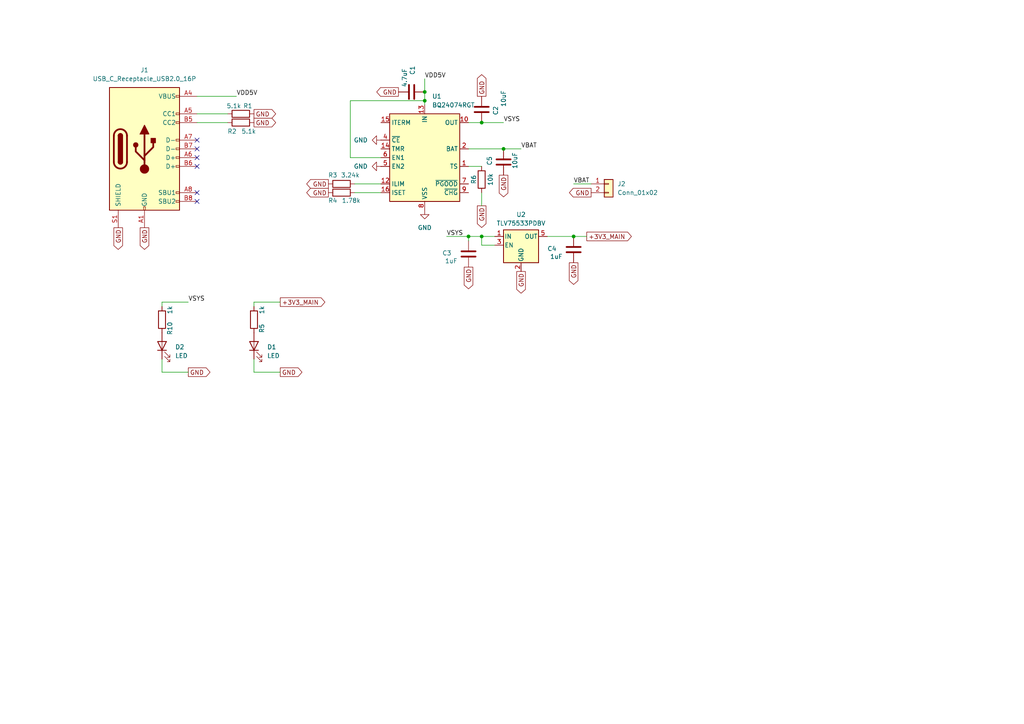
<source format=kicad_sch>
(kicad_sch
	(version 20250114)
	(generator "eeschema")
	(generator_version "9.0")
	(uuid "d8e87a4b-b8b6-4718-8243-bd32aedc1854")
	(paper "A4")
	(lib_symbols
		(symbol "Battery_Management:BQ24074RGT"
			(exclude_from_sim no)
			(in_bom yes)
			(on_board yes)
			(property "Reference" "U"
				(at -8.89 13.97 0)
				(effects
					(font
						(size 1.27 1.27)
					)
					(justify right)
				)
			)
			(property "Value" "BQ24074RGT"
				(at 16.51 13.97 0)
				(effects
					(font
						(size 1.27 1.27)
					)
					(justify right)
				)
			)
			(property "Footprint" "Package_DFN_QFN:VQFN-16-1EP_3x3mm_P0.5mm_EP1.6x1.6mm"
				(at 7.62 -13.97 0)
				(effects
					(font
						(size 1.27 1.27)
					)
					(justify left)
					(hide yes)
				)
			)
			(property "Datasheet" "http://www.ti.com/lit/ds/symlink/bq24074.pdf"
				(at 7.62 5.08 0)
				(effects
					(font
						(size 1.27 1.27)
					)
					(hide yes)
				)
			)
			(property "Description" "USB-Friendly Li-Ion Battery Charger and Power-Path Management, VQFN-16"
				(at 0 0 0)
				(effects
					(font
						(size 1.27 1.27)
					)
					(hide yes)
				)
			)
			(property "ki_keywords" "USB Charger"
				(at 0 0 0)
				(effects
					(font
						(size 1.27 1.27)
					)
					(hide yes)
				)
			)
			(property "ki_fp_filters" "VQFN*1EP*3x3mm*P0.5mm*"
				(at 0 0 0)
				(effects
					(font
						(size 1.27 1.27)
					)
					(hide yes)
				)
			)
			(symbol "BQ24074RGT_0_1"
				(rectangle
					(start -10.16 12.7)
					(end 10.16 -12.7)
					(stroke
						(width 0.254)
						(type default)
					)
					(fill
						(type background)
					)
				)
			)
			(symbol "BQ24074RGT_1_1"
				(pin input line
					(at -12.7 10.16 0)
					(length 2.54)
					(name "ITERM"
						(effects
							(font
								(size 1.27 1.27)
							)
						)
					)
					(number "15"
						(effects
							(font
								(size 1.27 1.27)
							)
						)
					)
				)
				(pin input line
					(at -12.7 5.08 0)
					(length 2.54)
					(name "~{CE}"
						(effects
							(font
								(size 1.27 1.27)
							)
						)
					)
					(number "4"
						(effects
							(font
								(size 1.27 1.27)
							)
						)
					)
				)
				(pin input line
					(at -12.7 2.54 0)
					(length 2.54)
					(name "TMR"
						(effects
							(font
								(size 1.27 1.27)
							)
						)
					)
					(number "14"
						(effects
							(font
								(size 1.27 1.27)
							)
						)
					)
				)
				(pin input line
					(at -12.7 0 0)
					(length 2.54)
					(name "EN1"
						(effects
							(font
								(size 1.27 1.27)
							)
						)
					)
					(number "6"
						(effects
							(font
								(size 1.27 1.27)
							)
						)
					)
				)
				(pin input line
					(at -12.7 -2.54 0)
					(length 2.54)
					(name "EN2"
						(effects
							(font
								(size 1.27 1.27)
							)
						)
					)
					(number "5"
						(effects
							(font
								(size 1.27 1.27)
							)
						)
					)
				)
				(pin passive line
					(at -12.7 -7.62 0)
					(length 2.54)
					(name "ILIM"
						(effects
							(font
								(size 1.27 1.27)
							)
						)
					)
					(number "12"
						(effects
							(font
								(size 1.27 1.27)
							)
						)
					)
				)
				(pin passive line
					(at -12.7 -10.16 0)
					(length 2.54)
					(name "ISET"
						(effects
							(font
								(size 1.27 1.27)
							)
						)
					)
					(number "16"
						(effects
							(font
								(size 1.27 1.27)
							)
						)
					)
				)
				(pin power_in line
					(at 0 15.24 270)
					(length 2.54)
					(name "IN"
						(effects
							(font
								(size 1.27 1.27)
							)
						)
					)
					(number "13"
						(effects
							(font
								(size 1.27 1.27)
							)
						)
					)
				)
				(pin passive line
					(at 0 -15.24 90)
					(length 2.54)
					(hide yes)
					(name "VSS"
						(effects
							(font
								(size 1.27 1.27)
							)
						)
					)
					(number "17"
						(effects
							(font
								(size 1.27 1.27)
							)
						)
					)
				)
				(pin power_in line
					(at 0 -15.24 90)
					(length 2.54)
					(name "VSS"
						(effects
							(font
								(size 1.27 1.27)
							)
						)
					)
					(number "8"
						(effects
							(font
								(size 1.27 1.27)
							)
						)
					)
				)
				(pin power_out line
					(at 12.7 10.16 180)
					(length 2.54)
					(name "OUT"
						(effects
							(font
								(size 1.27 1.27)
							)
						)
					)
					(number "10"
						(effects
							(font
								(size 1.27 1.27)
							)
						)
					)
				)
				(pin passive line
					(at 12.7 10.16 180)
					(length 2.54)
					(hide yes)
					(name "OUT"
						(effects
							(font
								(size 1.27 1.27)
							)
						)
					)
					(number "11"
						(effects
							(font
								(size 1.27 1.27)
							)
						)
					)
				)
				(pin power_out line
					(at 12.7 2.54 180)
					(length 2.54)
					(name "BAT"
						(effects
							(font
								(size 1.27 1.27)
							)
						)
					)
					(number "2"
						(effects
							(font
								(size 1.27 1.27)
							)
						)
					)
				)
				(pin passive line
					(at 12.7 2.54 180)
					(length 2.54)
					(hide yes)
					(name "BAT"
						(effects
							(font
								(size 1.27 1.27)
							)
						)
					)
					(number "3"
						(effects
							(font
								(size 1.27 1.27)
							)
						)
					)
				)
				(pin passive line
					(at 12.7 -2.54 180)
					(length 2.54)
					(name "TS"
						(effects
							(font
								(size 1.27 1.27)
							)
						)
					)
					(number "1"
						(effects
							(font
								(size 1.27 1.27)
							)
						)
					)
				)
				(pin open_collector line
					(at 12.7 -7.62 180)
					(length 2.54)
					(name "~{PGOOD}"
						(effects
							(font
								(size 1.27 1.27)
							)
						)
					)
					(number "7"
						(effects
							(font
								(size 1.27 1.27)
							)
						)
					)
				)
				(pin open_collector line
					(at 12.7 -10.16 180)
					(length 2.54)
					(name "~{CHG}"
						(effects
							(font
								(size 1.27 1.27)
							)
						)
					)
					(number "9"
						(effects
							(font
								(size 1.27 1.27)
							)
						)
					)
				)
			)
			(embedded_fonts no)
		)
		(symbol "Connector:USB_C_Receptacle_USB2.0_16P"
			(pin_names
				(offset 1.016)
			)
			(exclude_from_sim no)
			(in_bom yes)
			(on_board yes)
			(property "Reference" "J"
				(at 0 22.225 0)
				(effects
					(font
						(size 1.27 1.27)
					)
				)
			)
			(property "Value" "USB_C_Receptacle_USB2.0_16P"
				(at 0 19.685 0)
				(effects
					(font
						(size 1.27 1.27)
					)
				)
			)
			(property "Footprint" ""
				(at 3.81 0 0)
				(effects
					(font
						(size 1.27 1.27)
					)
					(hide yes)
				)
			)
			(property "Datasheet" "https://www.usb.org/sites/default/files/documents/usb_type-c.zip"
				(at 3.81 0 0)
				(effects
					(font
						(size 1.27 1.27)
					)
					(hide yes)
				)
			)
			(property "Description" "USB 2.0-only 16P Type-C Receptacle connector"
				(at 0 0 0)
				(effects
					(font
						(size 1.27 1.27)
					)
					(hide yes)
				)
			)
			(property "ki_keywords" "usb universal serial bus type-C USB2.0"
				(at 0 0 0)
				(effects
					(font
						(size 1.27 1.27)
					)
					(hide yes)
				)
			)
			(property "ki_fp_filters" "USB*C*Receptacle*"
				(at 0 0 0)
				(effects
					(font
						(size 1.27 1.27)
					)
					(hide yes)
				)
			)
			(symbol "USB_C_Receptacle_USB2.0_16P_0_0"
				(rectangle
					(start -0.254 -17.78)
					(end 0.254 -16.764)
					(stroke
						(width 0)
						(type default)
					)
					(fill
						(type none)
					)
				)
				(rectangle
					(start 10.16 15.494)
					(end 9.144 14.986)
					(stroke
						(width 0)
						(type default)
					)
					(fill
						(type none)
					)
				)
				(rectangle
					(start 10.16 10.414)
					(end 9.144 9.906)
					(stroke
						(width 0)
						(type default)
					)
					(fill
						(type none)
					)
				)
				(rectangle
					(start 10.16 7.874)
					(end 9.144 7.366)
					(stroke
						(width 0)
						(type default)
					)
					(fill
						(type none)
					)
				)
				(rectangle
					(start 10.16 2.794)
					(end 9.144 2.286)
					(stroke
						(width 0)
						(type default)
					)
					(fill
						(type none)
					)
				)
				(rectangle
					(start 10.16 0.254)
					(end 9.144 -0.254)
					(stroke
						(width 0)
						(type default)
					)
					(fill
						(type none)
					)
				)
				(rectangle
					(start 10.16 -2.286)
					(end 9.144 -2.794)
					(stroke
						(width 0)
						(type default)
					)
					(fill
						(type none)
					)
				)
				(rectangle
					(start 10.16 -4.826)
					(end 9.144 -5.334)
					(stroke
						(width 0)
						(type default)
					)
					(fill
						(type none)
					)
				)
				(rectangle
					(start 10.16 -12.446)
					(end 9.144 -12.954)
					(stroke
						(width 0)
						(type default)
					)
					(fill
						(type none)
					)
				)
				(rectangle
					(start 10.16 -14.986)
					(end 9.144 -15.494)
					(stroke
						(width 0)
						(type default)
					)
					(fill
						(type none)
					)
				)
			)
			(symbol "USB_C_Receptacle_USB2.0_16P_0_1"
				(rectangle
					(start -10.16 17.78)
					(end 10.16 -17.78)
					(stroke
						(width 0.254)
						(type default)
					)
					(fill
						(type background)
					)
				)
				(polyline
					(pts
						(xy -8.89 -3.81) (xy -8.89 3.81)
					)
					(stroke
						(width 0.508)
						(type default)
					)
					(fill
						(type none)
					)
				)
				(rectangle
					(start -7.62 -3.81)
					(end -6.35 3.81)
					(stroke
						(width 0.254)
						(type default)
					)
					(fill
						(type outline)
					)
				)
				(arc
					(start -7.62 3.81)
					(mid -6.985 4.4423)
					(end -6.35 3.81)
					(stroke
						(width 0.254)
						(type default)
					)
					(fill
						(type none)
					)
				)
				(arc
					(start -7.62 3.81)
					(mid -6.985 4.4423)
					(end -6.35 3.81)
					(stroke
						(width 0.254)
						(type default)
					)
					(fill
						(type outline)
					)
				)
				(arc
					(start -8.89 3.81)
					(mid -6.985 5.7067)
					(end -5.08 3.81)
					(stroke
						(width 0.508)
						(type default)
					)
					(fill
						(type none)
					)
				)
				(arc
					(start -5.08 -3.81)
					(mid -6.985 -5.7067)
					(end -8.89 -3.81)
					(stroke
						(width 0.508)
						(type default)
					)
					(fill
						(type none)
					)
				)
				(arc
					(start -6.35 -3.81)
					(mid -6.985 -4.4423)
					(end -7.62 -3.81)
					(stroke
						(width 0.254)
						(type default)
					)
					(fill
						(type none)
					)
				)
				(arc
					(start -6.35 -3.81)
					(mid -6.985 -4.4423)
					(end -7.62 -3.81)
					(stroke
						(width 0.254)
						(type default)
					)
					(fill
						(type outline)
					)
				)
				(polyline
					(pts
						(xy -5.08 3.81) (xy -5.08 -3.81)
					)
					(stroke
						(width 0.508)
						(type default)
					)
					(fill
						(type none)
					)
				)
				(circle
					(center -2.54 1.143)
					(radius 0.635)
					(stroke
						(width 0.254)
						(type default)
					)
					(fill
						(type outline)
					)
				)
				(polyline
					(pts
						(xy -1.27 4.318) (xy 0 6.858) (xy 1.27 4.318) (xy -1.27 4.318)
					)
					(stroke
						(width 0.254)
						(type default)
					)
					(fill
						(type outline)
					)
				)
				(polyline
					(pts
						(xy 0 -2.032) (xy 2.54 0.508) (xy 2.54 1.778)
					)
					(stroke
						(width 0.508)
						(type default)
					)
					(fill
						(type none)
					)
				)
				(polyline
					(pts
						(xy 0 -3.302) (xy -2.54 -0.762) (xy -2.54 0.508)
					)
					(stroke
						(width 0.508)
						(type default)
					)
					(fill
						(type none)
					)
				)
				(polyline
					(pts
						(xy 0 -5.842) (xy 0 4.318)
					)
					(stroke
						(width 0.508)
						(type default)
					)
					(fill
						(type none)
					)
				)
				(circle
					(center 0 -5.842)
					(radius 1.27)
					(stroke
						(width 0)
						(type default)
					)
					(fill
						(type outline)
					)
				)
				(rectangle
					(start 1.905 1.778)
					(end 3.175 3.048)
					(stroke
						(width 0.254)
						(type default)
					)
					(fill
						(type outline)
					)
				)
			)
			(symbol "USB_C_Receptacle_USB2.0_16P_1_1"
				(pin passive line
					(at -7.62 -22.86 90)
					(length 5.08)
					(name "SHIELD"
						(effects
							(font
								(size 1.27 1.27)
							)
						)
					)
					(number "S1"
						(effects
							(font
								(size 1.27 1.27)
							)
						)
					)
				)
				(pin passive line
					(at 0 -22.86 90)
					(length 5.08)
					(name "GND"
						(effects
							(font
								(size 1.27 1.27)
							)
						)
					)
					(number "A1"
						(effects
							(font
								(size 1.27 1.27)
							)
						)
					)
				)
				(pin passive line
					(at 0 -22.86 90)
					(length 5.08)
					(hide yes)
					(name "GND"
						(effects
							(font
								(size 1.27 1.27)
							)
						)
					)
					(number "A12"
						(effects
							(font
								(size 1.27 1.27)
							)
						)
					)
				)
				(pin passive line
					(at 0 -22.86 90)
					(length 5.08)
					(hide yes)
					(name "GND"
						(effects
							(font
								(size 1.27 1.27)
							)
						)
					)
					(number "B1"
						(effects
							(font
								(size 1.27 1.27)
							)
						)
					)
				)
				(pin passive line
					(at 0 -22.86 90)
					(length 5.08)
					(hide yes)
					(name "GND"
						(effects
							(font
								(size 1.27 1.27)
							)
						)
					)
					(number "B12"
						(effects
							(font
								(size 1.27 1.27)
							)
						)
					)
				)
				(pin passive line
					(at 15.24 15.24 180)
					(length 5.08)
					(name "VBUS"
						(effects
							(font
								(size 1.27 1.27)
							)
						)
					)
					(number "A4"
						(effects
							(font
								(size 1.27 1.27)
							)
						)
					)
				)
				(pin passive line
					(at 15.24 15.24 180)
					(length 5.08)
					(hide yes)
					(name "VBUS"
						(effects
							(font
								(size 1.27 1.27)
							)
						)
					)
					(number "A9"
						(effects
							(font
								(size 1.27 1.27)
							)
						)
					)
				)
				(pin passive line
					(at 15.24 15.24 180)
					(length 5.08)
					(hide yes)
					(name "VBUS"
						(effects
							(font
								(size 1.27 1.27)
							)
						)
					)
					(number "B4"
						(effects
							(font
								(size 1.27 1.27)
							)
						)
					)
				)
				(pin passive line
					(at 15.24 15.24 180)
					(length 5.08)
					(hide yes)
					(name "VBUS"
						(effects
							(font
								(size 1.27 1.27)
							)
						)
					)
					(number "B9"
						(effects
							(font
								(size 1.27 1.27)
							)
						)
					)
				)
				(pin bidirectional line
					(at 15.24 10.16 180)
					(length 5.08)
					(name "CC1"
						(effects
							(font
								(size 1.27 1.27)
							)
						)
					)
					(number "A5"
						(effects
							(font
								(size 1.27 1.27)
							)
						)
					)
				)
				(pin bidirectional line
					(at 15.24 7.62 180)
					(length 5.08)
					(name "CC2"
						(effects
							(font
								(size 1.27 1.27)
							)
						)
					)
					(number "B5"
						(effects
							(font
								(size 1.27 1.27)
							)
						)
					)
				)
				(pin bidirectional line
					(at 15.24 2.54 180)
					(length 5.08)
					(name "D-"
						(effects
							(font
								(size 1.27 1.27)
							)
						)
					)
					(number "A7"
						(effects
							(font
								(size 1.27 1.27)
							)
						)
					)
				)
				(pin bidirectional line
					(at 15.24 0 180)
					(length 5.08)
					(name "D-"
						(effects
							(font
								(size 1.27 1.27)
							)
						)
					)
					(number "B7"
						(effects
							(font
								(size 1.27 1.27)
							)
						)
					)
				)
				(pin bidirectional line
					(at 15.24 -2.54 180)
					(length 5.08)
					(name "D+"
						(effects
							(font
								(size 1.27 1.27)
							)
						)
					)
					(number "A6"
						(effects
							(font
								(size 1.27 1.27)
							)
						)
					)
				)
				(pin bidirectional line
					(at 15.24 -5.08 180)
					(length 5.08)
					(name "D+"
						(effects
							(font
								(size 1.27 1.27)
							)
						)
					)
					(number "B6"
						(effects
							(font
								(size 1.27 1.27)
							)
						)
					)
				)
				(pin bidirectional line
					(at 15.24 -12.7 180)
					(length 5.08)
					(name "SBU1"
						(effects
							(font
								(size 1.27 1.27)
							)
						)
					)
					(number "A8"
						(effects
							(font
								(size 1.27 1.27)
							)
						)
					)
				)
				(pin bidirectional line
					(at 15.24 -15.24 180)
					(length 5.08)
					(name "SBU2"
						(effects
							(font
								(size 1.27 1.27)
							)
						)
					)
					(number "B8"
						(effects
							(font
								(size 1.27 1.27)
							)
						)
					)
				)
			)
			(embedded_fonts no)
		)
		(symbol "Connector_Generic:Conn_01x02"
			(pin_names
				(offset 1.016)
				(hide yes)
			)
			(exclude_from_sim no)
			(in_bom yes)
			(on_board yes)
			(property "Reference" "J"
				(at 0 2.54 0)
				(effects
					(font
						(size 1.27 1.27)
					)
				)
			)
			(property "Value" "Conn_01x02"
				(at 0 -5.08 0)
				(effects
					(font
						(size 1.27 1.27)
					)
				)
			)
			(property "Footprint" ""
				(at 0 0 0)
				(effects
					(font
						(size 1.27 1.27)
					)
					(hide yes)
				)
			)
			(property "Datasheet" "~"
				(at 0 0 0)
				(effects
					(font
						(size 1.27 1.27)
					)
					(hide yes)
				)
			)
			(property "Description" "Generic connector, single row, 01x02, script generated (kicad-library-utils/schlib/autogen/connector/)"
				(at 0 0 0)
				(effects
					(font
						(size 1.27 1.27)
					)
					(hide yes)
				)
			)
			(property "ki_keywords" "connector"
				(at 0 0 0)
				(effects
					(font
						(size 1.27 1.27)
					)
					(hide yes)
				)
			)
			(property "ki_fp_filters" "Connector*:*_1x??_*"
				(at 0 0 0)
				(effects
					(font
						(size 1.27 1.27)
					)
					(hide yes)
				)
			)
			(symbol "Conn_01x02_1_1"
				(rectangle
					(start -1.27 1.27)
					(end 1.27 -3.81)
					(stroke
						(width 0.254)
						(type default)
					)
					(fill
						(type background)
					)
				)
				(rectangle
					(start -1.27 0.127)
					(end 0 -0.127)
					(stroke
						(width 0.1524)
						(type default)
					)
					(fill
						(type none)
					)
				)
				(rectangle
					(start -1.27 -2.413)
					(end 0 -2.667)
					(stroke
						(width 0.1524)
						(type default)
					)
					(fill
						(type none)
					)
				)
				(pin passive line
					(at -5.08 0 0)
					(length 3.81)
					(name "Pin_1"
						(effects
							(font
								(size 1.27 1.27)
							)
						)
					)
					(number "1"
						(effects
							(font
								(size 1.27 1.27)
							)
						)
					)
				)
				(pin passive line
					(at -5.08 -2.54 0)
					(length 3.81)
					(name "Pin_2"
						(effects
							(font
								(size 1.27 1.27)
							)
						)
					)
					(number "2"
						(effects
							(font
								(size 1.27 1.27)
							)
						)
					)
				)
			)
			(embedded_fonts no)
		)
		(symbol "Device:C"
			(pin_numbers
				(hide yes)
			)
			(pin_names
				(offset 0.254)
			)
			(exclude_from_sim no)
			(in_bom yes)
			(on_board yes)
			(property "Reference" "C"
				(at 0.635 2.54 0)
				(effects
					(font
						(size 1.27 1.27)
					)
					(justify left)
				)
			)
			(property "Value" "C"
				(at 0.635 -2.54 0)
				(effects
					(font
						(size 1.27 1.27)
					)
					(justify left)
				)
			)
			(property "Footprint" ""
				(at 0.9652 -3.81 0)
				(effects
					(font
						(size 1.27 1.27)
					)
					(hide yes)
				)
			)
			(property "Datasheet" "~"
				(at 0 0 0)
				(effects
					(font
						(size 1.27 1.27)
					)
					(hide yes)
				)
			)
			(property "Description" "Unpolarized capacitor"
				(at 0 0 0)
				(effects
					(font
						(size 1.27 1.27)
					)
					(hide yes)
				)
			)
			(property "ki_keywords" "cap capacitor"
				(at 0 0 0)
				(effects
					(font
						(size 1.27 1.27)
					)
					(hide yes)
				)
			)
			(property "ki_fp_filters" "C_*"
				(at 0 0 0)
				(effects
					(font
						(size 1.27 1.27)
					)
					(hide yes)
				)
			)
			(symbol "C_0_1"
				(polyline
					(pts
						(xy -2.032 0.762) (xy 2.032 0.762)
					)
					(stroke
						(width 0.508)
						(type default)
					)
					(fill
						(type none)
					)
				)
				(polyline
					(pts
						(xy -2.032 -0.762) (xy 2.032 -0.762)
					)
					(stroke
						(width 0.508)
						(type default)
					)
					(fill
						(type none)
					)
				)
			)
			(symbol "C_1_1"
				(pin passive line
					(at 0 3.81 270)
					(length 2.794)
					(name "~"
						(effects
							(font
								(size 1.27 1.27)
							)
						)
					)
					(number "1"
						(effects
							(font
								(size 1.27 1.27)
							)
						)
					)
				)
				(pin passive line
					(at 0 -3.81 90)
					(length 2.794)
					(name "~"
						(effects
							(font
								(size 1.27 1.27)
							)
						)
					)
					(number "2"
						(effects
							(font
								(size 1.27 1.27)
							)
						)
					)
				)
			)
			(embedded_fonts no)
		)
		(symbol "Device:LED"
			(pin_numbers
				(hide yes)
			)
			(pin_names
				(offset 1.016)
				(hide yes)
			)
			(exclude_from_sim no)
			(in_bom yes)
			(on_board yes)
			(property "Reference" "D"
				(at 0 2.54 0)
				(effects
					(font
						(size 1.27 1.27)
					)
				)
			)
			(property "Value" "LED"
				(at 0 -2.54 0)
				(effects
					(font
						(size 1.27 1.27)
					)
				)
			)
			(property "Footprint" ""
				(at 0 0 0)
				(effects
					(font
						(size 1.27 1.27)
					)
					(hide yes)
				)
			)
			(property "Datasheet" "~"
				(at 0 0 0)
				(effects
					(font
						(size 1.27 1.27)
					)
					(hide yes)
				)
			)
			(property "Description" "Light emitting diode"
				(at 0 0 0)
				(effects
					(font
						(size 1.27 1.27)
					)
					(hide yes)
				)
			)
			(property "Sim.Pins" "1=K 2=A"
				(at 0 0 0)
				(effects
					(font
						(size 1.27 1.27)
					)
					(hide yes)
				)
			)
			(property "ki_keywords" "LED diode"
				(at 0 0 0)
				(effects
					(font
						(size 1.27 1.27)
					)
					(hide yes)
				)
			)
			(property "ki_fp_filters" "LED* LED_SMD:* LED_THT:*"
				(at 0 0 0)
				(effects
					(font
						(size 1.27 1.27)
					)
					(hide yes)
				)
			)
			(symbol "LED_0_1"
				(polyline
					(pts
						(xy -3.048 -0.762) (xy -4.572 -2.286) (xy -3.81 -2.286) (xy -4.572 -2.286) (xy -4.572 -1.524)
					)
					(stroke
						(width 0)
						(type default)
					)
					(fill
						(type none)
					)
				)
				(polyline
					(pts
						(xy -1.778 -0.762) (xy -3.302 -2.286) (xy -2.54 -2.286) (xy -3.302 -2.286) (xy -3.302 -1.524)
					)
					(stroke
						(width 0)
						(type default)
					)
					(fill
						(type none)
					)
				)
				(polyline
					(pts
						(xy -1.27 0) (xy 1.27 0)
					)
					(stroke
						(width 0)
						(type default)
					)
					(fill
						(type none)
					)
				)
				(polyline
					(pts
						(xy -1.27 -1.27) (xy -1.27 1.27)
					)
					(stroke
						(width 0.254)
						(type default)
					)
					(fill
						(type none)
					)
				)
				(polyline
					(pts
						(xy 1.27 -1.27) (xy 1.27 1.27) (xy -1.27 0) (xy 1.27 -1.27)
					)
					(stroke
						(width 0.254)
						(type default)
					)
					(fill
						(type none)
					)
				)
			)
			(symbol "LED_1_1"
				(pin passive line
					(at -3.81 0 0)
					(length 2.54)
					(name "K"
						(effects
							(font
								(size 1.27 1.27)
							)
						)
					)
					(number "1"
						(effects
							(font
								(size 1.27 1.27)
							)
						)
					)
				)
				(pin passive line
					(at 3.81 0 180)
					(length 2.54)
					(name "A"
						(effects
							(font
								(size 1.27 1.27)
							)
						)
					)
					(number "2"
						(effects
							(font
								(size 1.27 1.27)
							)
						)
					)
				)
			)
			(embedded_fonts no)
		)
		(symbol "Device:R"
			(pin_numbers
				(hide yes)
			)
			(pin_names
				(offset 0)
			)
			(exclude_from_sim no)
			(in_bom yes)
			(on_board yes)
			(property "Reference" "R"
				(at 2.032 0 90)
				(effects
					(font
						(size 1.27 1.27)
					)
				)
			)
			(property "Value" "R"
				(at 0 0 90)
				(effects
					(font
						(size 1.27 1.27)
					)
				)
			)
			(property "Footprint" ""
				(at -1.778 0 90)
				(effects
					(font
						(size 1.27 1.27)
					)
					(hide yes)
				)
			)
			(property "Datasheet" "~"
				(at 0 0 0)
				(effects
					(font
						(size 1.27 1.27)
					)
					(hide yes)
				)
			)
			(property "Description" "Resistor"
				(at 0 0 0)
				(effects
					(font
						(size 1.27 1.27)
					)
					(hide yes)
				)
			)
			(property "ki_keywords" "R res resistor"
				(at 0 0 0)
				(effects
					(font
						(size 1.27 1.27)
					)
					(hide yes)
				)
			)
			(property "ki_fp_filters" "R_*"
				(at 0 0 0)
				(effects
					(font
						(size 1.27 1.27)
					)
					(hide yes)
				)
			)
			(symbol "R_0_1"
				(rectangle
					(start -1.016 -2.54)
					(end 1.016 2.54)
					(stroke
						(width 0.254)
						(type default)
					)
					(fill
						(type none)
					)
				)
			)
			(symbol "R_1_1"
				(pin passive line
					(at 0 3.81 270)
					(length 1.27)
					(name "~"
						(effects
							(font
								(size 1.27 1.27)
							)
						)
					)
					(number "1"
						(effects
							(font
								(size 1.27 1.27)
							)
						)
					)
				)
				(pin passive line
					(at 0 -3.81 90)
					(length 1.27)
					(name "~"
						(effects
							(font
								(size 1.27 1.27)
							)
						)
					)
					(number "2"
						(effects
							(font
								(size 1.27 1.27)
							)
						)
					)
				)
			)
			(embedded_fonts no)
		)
		(symbol "Regulator_Linear:TLV75533PDBV"
			(pin_names
				(offset 0.254)
			)
			(exclude_from_sim no)
			(in_bom yes)
			(on_board yes)
			(property "Reference" "U"
				(at -3.81 5.715 0)
				(effects
					(font
						(size 1.27 1.27)
					)
				)
			)
			(property "Value" "TLV75533PDBV"
				(at 0 5.715 0)
				(effects
					(font
						(size 1.27 1.27)
					)
					(justify left)
				)
			)
			(property "Footprint" "Package_TO_SOT_SMD:SOT-23-5"
				(at 0 8.255 0)
				(effects
					(font
						(size 1.27 1.27)
						(italic yes)
					)
					(hide yes)
				)
			)
			(property "Datasheet" "http://www.ti.com/lit/ds/symlink/tlv755p.pdf"
				(at 0 1.27 0)
				(effects
					(font
						(size 1.27 1.27)
					)
					(hide yes)
				)
			)
			(property "Description" "500mA Low Dropout Voltage Regulator, Fixed Output 3.3V, SOT-23-5"
				(at 0 0 0)
				(effects
					(font
						(size 1.27 1.27)
					)
					(hide yes)
				)
			)
			(property "ki_keywords" "LDO Regulator Fixed Positive"
				(at 0 0 0)
				(effects
					(font
						(size 1.27 1.27)
					)
					(hide yes)
				)
			)
			(property "ki_fp_filters" "SOT?23*"
				(at 0 0 0)
				(effects
					(font
						(size 1.27 1.27)
					)
					(hide yes)
				)
			)
			(symbol "TLV75533PDBV_0_1"
				(rectangle
					(start -5.08 4.445)
					(end 5.08 -5.08)
					(stroke
						(width 0.254)
						(type default)
					)
					(fill
						(type background)
					)
				)
			)
			(symbol "TLV75533PDBV_1_1"
				(pin power_in line
					(at -7.62 2.54 0)
					(length 2.54)
					(name "IN"
						(effects
							(font
								(size 1.27 1.27)
							)
						)
					)
					(number "1"
						(effects
							(font
								(size 1.27 1.27)
							)
						)
					)
				)
				(pin input line
					(at -7.62 0 0)
					(length 2.54)
					(name "EN"
						(effects
							(font
								(size 1.27 1.27)
							)
						)
					)
					(number "3"
						(effects
							(font
								(size 1.27 1.27)
							)
						)
					)
				)
				(pin power_in line
					(at 0 -7.62 90)
					(length 2.54)
					(name "GND"
						(effects
							(font
								(size 1.27 1.27)
							)
						)
					)
					(number "2"
						(effects
							(font
								(size 1.27 1.27)
							)
						)
					)
				)
				(pin no_connect line
					(at 5.08 0 180)
					(length 2.54)
					(hide yes)
					(name "NC"
						(effects
							(font
								(size 1.27 1.27)
							)
						)
					)
					(number "4"
						(effects
							(font
								(size 1.27 1.27)
							)
						)
					)
				)
				(pin power_out line
					(at 7.62 2.54 180)
					(length 2.54)
					(name "OUT"
						(effects
							(font
								(size 1.27 1.27)
							)
						)
					)
					(number "5"
						(effects
							(font
								(size 1.27 1.27)
							)
						)
					)
				)
			)
			(embedded_fonts no)
		)
		(symbol "power:GND"
			(power)
			(pin_numbers
				(hide yes)
			)
			(pin_names
				(offset 0)
				(hide yes)
			)
			(exclude_from_sim no)
			(in_bom yes)
			(on_board yes)
			(property "Reference" "#PWR"
				(at 0 -6.35 0)
				(effects
					(font
						(size 1.27 1.27)
					)
					(hide yes)
				)
			)
			(property "Value" "GND"
				(at 0 -3.81 0)
				(effects
					(font
						(size 1.27 1.27)
					)
				)
			)
			(property "Footprint" ""
				(at 0 0 0)
				(effects
					(font
						(size 1.27 1.27)
					)
					(hide yes)
				)
			)
			(property "Datasheet" ""
				(at 0 0 0)
				(effects
					(font
						(size 1.27 1.27)
					)
					(hide yes)
				)
			)
			(property "Description" "Power symbol creates a global label with name \"GND\" , ground"
				(at 0 0 0)
				(effects
					(font
						(size 1.27 1.27)
					)
					(hide yes)
				)
			)
			(property "ki_keywords" "global power"
				(at 0 0 0)
				(effects
					(font
						(size 1.27 1.27)
					)
					(hide yes)
				)
			)
			(symbol "GND_0_1"
				(polyline
					(pts
						(xy 0 0) (xy 0 -1.27) (xy 1.27 -1.27) (xy 0 -2.54) (xy -1.27 -1.27) (xy 0 -1.27)
					)
					(stroke
						(width 0)
						(type default)
					)
					(fill
						(type none)
					)
				)
			)
			(symbol "GND_1_1"
				(pin power_in line
					(at 0 0 270)
					(length 0)
					(name "~"
						(effects
							(font
								(size 1.27 1.27)
							)
						)
					)
					(number "1"
						(effects
							(font
								(size 1.27 1.27)
							)
						)
					)
				)
			)
			(embedded_fonts no)
		)
	)
	(junction
		(at 166.37 68.58)
		(diameter 0)
		(color 0 0 0 0)
		(uuid "68a36d34-c0b5-4a2d-97e8-c6c4011886ea")
	)
	(junction
		(at 135.89 68.58)
		(diameter 0)
		(color 0 0 0 0)
		(uuid "8e75dc3c-6776-4321-b4e1-92e6007d150a")
	)
	(junction
		(at 123.19 29.21)
		(diameter 0)
		(color 0 0 0 0)
		(uuid "99e357ec-3419-4a0f-b761-0cced8ab7d34")
	)
	(junction
		(at 139.7 68.58)
		(diameter 0)
		(color 0 0 0 0)
		(uuid "b04b3920-f1c6-41d7-8e72-96567012f769")
	)
	(junction
		(at 146.05 43.18)
		(diameter 0)
		(color 0 0 0 0)
		(uuid "d6e779ca-efac-4fcd-a65b-cbfb30185f4e")
	)
	(junction
		(at 139.7 35.56)
		(diameter 0)
		(color 0 0 0 0)
		(uuid "db453851-8bd7-4cce-89b3-6655007ecf2b")
	)
	(junction
		(at 123.19 26.67)
		(diameter 0)
		(color 0 0 0 0)
		(uuid "f398fc2a-e9e4-43a9-9365-c150691acce0")
	)
	(no_connect
		(at 57.15 45.72)
		(uuid "123bb2e0-8ced-4a1e-a969-e39d25a94fa1")
	)
	(no_connect
		(at 57.15 58.42)
		(uuid "1b4e0e01-0ff2-4a63-ad24-fa22cd6d6f04")
	)
	(no_connect
		(at 57.15 43.18)
		(uuid "8706d11d-cce3-41c9-bf44-9b31846c14f0")
	)
	(no_connect
		(at 57.15 55.88)
		(uuid "8e23f5a7-92c1-43de-a2ad-d74914c78f79")
	)
	(no_connect
		(at 57.15 48.26)
		(uuid "bec5fd64-d61f-421b-91be-ea1a387278e7")
	)
	(no_connect
		(at 57.15 40.64)
		(uuid "ef3916bd-e56e-48d7-a233-7bb3e4838bea")
	)
	(wire
		(pts
			(xy 102.87 53.34) (xy 110.49 53.34)
		)
		(stroke
			(width 0)
			(type default)
		)
		(uuid "03bf8999-c4c1-4c66-a364-040c1bf0c624")
	)
	(wire
		(pts
			(xy 102.87 55.88) (xy 110.49 55.88)
		)
		(stroke
			(width 0)
			(type default)
		)
		(uuid "0cbf4056-6eeb-4db1-b51d-79820f3710d6")
	)
	(wire
		(pts
			(xy 143.51 71.12) (xy 139.7 71.12)
		)
		(stroke
			(width 0)
			(type default)
		)
		(uuid "17b54076-2044-4290-9566-8c5a2ec5940a")
	)
	(wire
		(pts
			(xy 135.89 35.56) (xy 139.7 35.56)
		)
		(stroke
			(width 0)
			(type default)
		)
		(uuid "1ad15d41-a6cc-4ccc-967b-5fb63561814b")
	)
	(wire
		(pts
			(xy 46.99 87.63) (xy 46.99 88.9)
		)
		(stroke
			(width 0)
			(type default)
		)
		(uuid "25daf810-6aee-4b01-937c-660099f2e52c")
	)
	(wire
		(pts
			(xy 123.19 22.86) (xy 123.19 26.67)
		)
		(stroke
			(width 0)
			(type default)
		)
		(uuid "2fc8029d-bbbd-4a0e-8d54-01e192d1972a")
	)
	(wire
		(pts
			(xy 57.15 33.02) (xy 66.04 33.02)
		)
		(stroke
			(width 0)
			(type default)
		)
		(uuid "34449300-1c15-4305-9a52-940edf53c159")
	)
	(wire
		(pts
			(xy 158.75 68.58) (xy 166.37 68.58)
		)
		(stroke
			(width 0)
			(type default)
		)
		(uuid "3ae7ecb3-ab87-40a5-b350-6d2d302ce2a8")
	)
	(wire
		(pts
			(xy 73.66 87.63) (xy 73.66 88.9)
		)
		(stroke
			(width 0)
			(type default)
		)
		(uuid "46db5d4f-0b49-4b08-bc1f-b44bacc9fd1c")
	)
	(wire
		(pts
			(xy 73.66 87.63) (xy 81.28 87.63)
		)
		(stroke
			(width 0)
			(type default)
		)
		(uuid "47ad1d47-b493-40b3-8b84-555ec0b29432")
	)
	(wire
		(pts
			(xy 46.99 107.95) (xy 54.61 107.95)
		)
		(stroke
			(width 0)
			(type default)
		)
		(uuid "54f8b432-a95b-48b2-9b84-da6403a4cc74")
	)
	(wire
		(pts
			(xy 123.19 29.21) (xy 101.6 29.21)
		)
		(stroke
			(width 0)
			(type default)
		)
		(uuid "597c3899-e8f3-46fe-8927-5fd9105c5d70")
	)
	(wire
		(pts
			(xy 73.66 107.95) (xy 81.28 107.95)
		)
		(stroke
			(width 0)
			(type default)
		)
		(uuid "5c6f07eb-9b1c-4978-ab03-340577aeebe8")
	)
	(wire
		(pts
			(xy 139.7 35.56) (xy 146.05 35.56)
		)
		(stroke
			(width 0)
			(type default)
		)
		(uuid "6dfa1230-8af1-4b30-b76c-b85501012dd6")
	)
	(wire
		(pts
			(xy 146.05 43.18) (xy 151.13 43.18)
		)
		(stroke
			(width 0)
			(type default)
		)
		(uuid "747eae79-4c76-43b1-8487-ffaf2e475b78")
	)
	(wire
		(pts
			(xy 139.7 68.58) (xy 139.7 71.12)
		)
		(stroke
			(width 0)
			(type default)
		)
		(uuid "7bc74592-dfba-4978-8efc-326ba60503f9")
	)
	(wire
		(pts
			(xy 135.89 43.18) (xy 146.05 43.18)
		)
		(stroke
			(width 0)
			(type default)
		)
		(uuid "82a0137f-de84-4b16-af71-8048b245b0a6")
	)
	(wire
		(pts
			(xy 101.6 45.72) (xy 110.49 45.72)
		)
		(stroke
			(width 0)
			(type default)
		)
		(uuid "8b82599f-5b3c-46df-a5ec-5325260f2648")
	)
	(wire
		(pts
			(xy 46.99 87.63) (xy 54.61 87.63)
		)
		(stroke
			(width 0)
			(type default)
		)
		(uuid "8b922fc2-26eb-4d96-8823-a87500c74471")
	)
	(wire
		(pts
			(xy 129.54 68.58) (xy 135.89 68.58)
		)
		(stroke
			(width 0)
			(type default)
		)
		(uuid "901bd589-0d7c-4346-9250-b00969a819f0")
	)
	(wire
		(pts
			(xy 57.15 35.56) (xy 66.04 35.56)
		)
		(stroke
			(width 0)
			(type default)
		)
		(uuid "92f3b6cd-700f-4c2c-a75c-e9d61be33dfd")
	)
	(wire
		(pts
			(xy 123.19 29.21) (xy 123.19 30.48)
		)
		(stroke
			(width 0)
			(type default)
		)
		(uuid "965151d8-3d82-4eb4-9e3b-c519ac476ce6")
	)
	(wire
		(pts
			(xy 166.37 53.34) (xy 171.45 53.34)
		)
		(stroke
			(width 0)
			(type default)
		)
		(uuid "97615939-67bb-4a33-9ba0-6a667233744f")
	)
	(wire
		(pts
			(xy 46.99 104.14) (xy 46.99 107.95)
		)
		(stroke
			(width 0)
			(type default)
		)
		(uuid "a0433e45-6a10-4377-b0f7-be20565d2d21")
	)
	(wire
		(pts
			(xy 135.89 68.58) (xy 139.7 68.58)
		)
		(stroke
			(width 0)
			(type default)
		)
		(uuid "a3067e12-677e-4371-ba6a-167784948c19")
	)
	(wire
		(pts
			(xy 135.89 48.26) (xy 139.7 48.26)
		)
		(stroke
			(width 0)
			(type default)
		)
		(uuid "a48d4bc8-3f33-4f63-9adf-3a81d03a2420")
	)
	(wire
		(pts
			(xy 166.37 68.58) (xy 170.18 68.58)
		)
		(stroke
			(width 0)
			(type default)
		)
		(uuid "b1693ba1-ce6b-47dd-8e6d-6ea9e3e2a6e5")
	)
	(wire
		(pts
			(xy 123.19 26.67) (xy 123.19 29.21)
		)
		(stroke
			(width 0)
			(type default)
		)
		(uuid "ba9ac036-9ee1-4ab0-be45-3f39a5651766")
	)
	(wire
		(pts
			(xy 139.7 55.88) (xy 139.7 59.69)
		)
		(stroke
			(width 0)
			(type default)
		)
		(uuid "bee561e9-0922-45ae-806a-160c42cc62a0")
	)
	(wire
		(pts
			(xy 73.66 104.14) (xy 73.66 107.95)
		)
		(stroke
			(width 0)
			(type default)
		)
		(uuid "c0ba148e-bf9d-4078-9f7f-2ba608b33080")
	)
	(wire
		(pts
			(xy 139.7 68.58) (xy 143.51 68.58)
		)
		(stroke
			(width 0)
			(type default)
		)
		(uuid "db39df6a-4b59-44d6-a302-398a3bd25136")
	)
	(wire
		(pts
			(xy 135.89 69.85) (xy 135.89 68.58)
		)
		(stroke
			(width 0)
			(type default)
		)
		(uuid "edb75021-4d58-453a-aa0b-4cfd7664ccbf")
	)
	(wire
		(pts
			(xy 57.15 27.94) (xy 68.58 27.94)
		)
		(stroke
			(width 0)
			(type default)
		)
		(uuid "ee0daaa3-f6be-4e28-9f4b-7ebbcfa57dbc")
	)
	(wire
		(pts
			(xy 101.6 29.21) (xy 101.6 45.72)
		)
		(stroke
			(width 0)
			(type default)
		)
		(uuid "f5f3f3d2-0540-4a5c-98d2-1f9b051d157f")
	)
	(label "VSYS"
		(at 54.61 87.63 0)
		(effects
			(font
				(size 1.27 1.27)
			)
			(justify left bottom)
		)
		(uuid "1b87849e-a7c1-46d2-9848-b015d8bf5b28")
	)
	(label "VDD5V"
		(at 123.19 22.86 0)
		(effects
			(font
				(size 1.27 1.27)
			)
			(justify left bottom)
		)
		(uuid "1d027405-9b22-4f00-8659-e62c6fd12bc4")
	)
	(label "VDD5V"
		(at 68.58 27.94 0)
		(effects
			(font
				(size 1.27 1.27)
			)
			(justify left bottom)
		)
		(uuid "3b8e317b-5521-462b-acf7-f68ccb4c928b")
	)
	(label "VBAT"
		(at 166.37 53.34 0)
		(effects
			(font
				(size 1.27 1.27)
			)
			(justify left bottom)
		)
		(uuid "68eb143b-e358-4d68-a2a2-d4cddf6419e1")
	)
	(label "VSYS"
		(at 146.05 35.56 0)
		(effects
			(font
				(size 1.27 1.27)
			)
			(justify left bottom)
		)
		(uuid "b3a3a650-281a-4d65-a7a5-9175bc5426d7")
	)
	(label "VBAT"
		(at 151.13 43.18 0)
		(effects
			(font
				(size 1.27 1.27)
			)
			(justify left bottom)
		)
		(uuid "b6f0ec28-7ee1-45e6-a5f3-183e0e720ab4")
	)
	(label "VSYS"
		(at 129.54 68.58 0)
		(effects
			(font
				(size 1.27 1.27)
			)
			(justify left bottom)
		)
		(uuid "d873ef73-9923-4ba0-9281-fd30f230038d")
	)
	(global_label "GND"
		(shape output)
		(at 34.29 66.04 270)
		(fields_autoplaced yes)
		(effects
			(font
				(size 1.27 1.27)
			)
			(justify right)
		)
		(uuid "0f7c0477-159d-4782-bd66-260d0a02f53f")
		(property "Intersheetrefs" "${INTERSHEET_REFS}"
			(at 34.29 72.8957 90)
			(effects
				(font
					(size 1.27 1.27)
				)
				(justify right)
				(hide yes)
			)
		)
	)
	(global_label "GND"
		(shape output)
		(at 54.61 107.95 0)
		(fields_autoplaced yes)
		(effects
			(font
				(size 1.27 1.27)
			)
			(justify left)
		)
		(uuid "22a0c26a-a528-4000-8e3d-2f0a4507a071")
		(property "Intersheetrefs" "${INTERSHEET_REFS}"
			(at 61.4657 107.95 0)
			(effects
				(font
					(size 1.27 1.27)
				)
				(justify left)
				(hide yes)
			)
		)
	)
	(global_label "GND"
		(shape output)
		(at 135.89 77.47 270)
		(fields_autoplaced yes)
		(effects
			(font
				(size 1.27 1.27)
			)
			(justify right)
		)
		(uuid "39a4fb63-f76c-4d01-8f2a-4db78e770535")
		(property "Intersheetrefs" "${INTERSHEET_REFS}"
			(at 135.89 84.3257 90)
			(effects
				(font
					(size 1.27 1.27)
				)
				(justify right)
				(hide yes)
			)
		)
	)
	(global_label "GND"
		(shape output)
		(at 139.7 27.94 90)
		(fields_autoplaced yes)
		(effects
			(font
				(size 1.27 1.27)
			)
			(justify left)
		)
		(uuid "4fc27e60-f4b8-4d46-bfd9-516b0b77ca36")
		(property "Intersheetrefs" "${INTERSHEET_REFS}"
			(at 139.7 21.0843 90)
			(effects
				(font
					(size 1.27 1.27)
				)
				(justify left)
				(hide yes)
			)
		)
	)
	(global_label "GND"
		(shape output)
		(at 171.45 55.88 180)
		(fields_autoplaced yes)
		(effects
			(font
				(size 1.27 1.27)
			)
			(justify right)
		)
		(uuid "4fd7c114-05e6-4047-80ac-db7904e1f787")
		(property "Intersheetrefs" "${INTERSHEET_REFS}"
			(at 164.5943 55.88 0)
			(effects
				(font
					(size 1.27 1.27)
				)
				(justify right)
				(hide yes)
			)
		)
	)
	(global_label "GND"
		(shape output)
		(at 73.66 35.56 0)
		(fields_autoplaced yes)
		(effects
			(font
				(size 1.27 1.27)
			)
			(justify left)
		)
		(uuid "5e22b6fa-487f-489d-aece-7635b1e18009")
		(property "Intersheetrefs" "${INTERSHEET_REFS}"
			(at 80.5157 35.56 0)
			(effects
				(font
					(size 1.27 1.27)
				)
				(justify left)
				(hide yes)
			)
		)
	)
	(global_label "+3V3_MAIN"
		(shape output)
		(at 81.28 87.63 0)
		(fields_autoplaced yes)
		(effects
			(font
				(size 1.27 1.27)
			)
			(justify left)
		)
		(uuid "5ec43700-51c4-4c1b-8c14-1ed9c7d07f76")
		(property "Intersheetrefs" "${INTERSHEET_REFS}"
			(at 94.7881 87.63 0)
			(effects
				(font
					(size 1.27 1.27)
				)
				(justify left)
				(hide yes)
			)
		)
	)
	(global_label "GND"
		(shape output)
		(at 146.05 50.8 270)
		(fields_autoplaced yes)
		(effects
			(font
				(size 1.27 1.27)
			)
			(justify right)
		)
		(uuid "5f5f0fa8-e506-4087-9059-a30a896ed594")
		(property "Intersheetrefs" "${INTERSHEET_REFS}"
			(at 146.05 57.6557 90)
			(effects
				(font
					(size 1.27 1.27)
				)
				(justify right)
				(hide yes)
			)
		)
	)
	(global_label "GND"
		(shape output)
		(at 95.25 55.88 180)
		(fields_autoplaced yes)
		(effects
			(font
				(size 1.27 1.27)
			)
			(justify right)
		)
		(uuid "79677421-176c-47ea-86f0-ff00686d7246")
		(property "Intersheetrefs" "${INTERSHEET_REFS}"
			(at 88.3943 55.88 0)
			(effects
				(font
					(size 1.27 1.27)
				)
				(justify right)
				(hide yes)
			)
		)
	)
	(global_label "+3V3_MAIN"
		(shape output)
		(at 170.18 68.58 0)
		(fields_autoplaced yes)
		(effects
			(font
				(size 1.27 1.27)
			)
			(justify left)
		)
		(uuid "810f7267-7d9c-4097-ad09-c2c42abf9de8")
		(property "Intersheetrefs" "${INTERSHEET_REFS}"
			(at 183.6881 68.58 0)
			(effects
				(font
					(size 1.27 1.27)
				)
				(justify left)
				(hide yes)
			)
		)
	)
	(global_label "GND"
		(shape output)
		(at 166.37 76.2 270)
		(fields_autoplaced yes)
		(effects
			(font
				(size 1.27 1.27)
			)
			(justify right)
		)
		(uuid "82b8ab8c-960b-4b81-a11e-2aed2a3e898b")
		(property "Intersheetrefs" "${INTERSHEET_REFS}"
			(at 166.37 83.0557 90)
			(effects
				(font
					(size 1.27 1.27)
				)
				(justify right)
				(hide yes)
			)
		)
	)
	(global_label "GND"
		(shape output)
		(at 151.13 78.74 270)
		(fields_autoplaced yes)
		(effects
			(font
				(size 1.27 1.27)
			)
			(justify right)
		)
		(uuid "b1d209b4-35bb-43e3-b2f9-398afab1761b")
		(property "Intersheetrefs" "${INTERSHEET_REFS}"
			(at 151.13 85.5957 90)
			(effects
				(font
					(size 1.27 1.27)
				)
				(justify right)
				(hide yes)
			)
		)
	)
	(global_label "GND"
		(shape output)
		(at 115.57 26.67 180)
		(fields_autoplaced yes)
		(effects
			(font
				(size 1.27 1.27)
			)
			(justify right)
		)
		(uuid "b64c35c8-25e0-401c-aecd-45712c2d2ec9")
		(property "Intersheetrefs" "${INTERSHEET_REFS}"
			(at 108.7143 26.67 0)
			(effects
				(font
					(size 1.27 1.27)
				)
				(justify right)
				(hide yes)
			)
		)
	)
	(global_label "GND"
		(shape output)
		(at 139.7 59.69 270)
		(fields_autoplaced yes)
		(effects
			(font
				(size 1.27 1.27)
			)
			(justify right)
		)
		(uuid "cdbc0915-1e2d-4cb6-9375-844c8faed380")
		(property "Intersheetrefs" "${INTERSHEET_REFS}"
			(at 139.7 66.5457 90)
			(effects
				(font
					(size 1.27 1.27)
				)
				(justify right)
				(hide yes)
			)
		)
	)
	(global_label "GND"
		(shape output)
		(at 81.28 107.95 0)
		(fields_autoplaced yes)
		(effects
			(font
				(size 1.27 1.27)
			)
			(justify left)
		)
		(uuid "d5e354b8-690c-44c0-9ba2-f7ff7fe0c4d9")
		(property "Intersheetrefs" "${INTERSHEET_REFS}"
			(at 88.1357 107.95 0)
			(effects
				(font
					(size 1.27 1.27)
				)
				(justify left)
				(hide yes)
			)
		)
	)
	(global_label "GND"
		(shape output)
		(at 41.91 66.04 270)
		(fields_autoplaced yes)
		(effects
			(font
				(size 1.27 1.27)
			)
			(justify right)
		)
		(uuid "e7a58735-40a9-4a68-a134-c9332b420968")
		(property "Intersheetrefs" "${INTERSHEET_REFS}"
			(at 41.91 72.8957 90)
			(effects
				(font
					(size 1.27 1.27)
				)
				(justify right)
				(hide yes)
			)
		)
	)
	(global_label "GND"
		(shape output)
		(at 73.66 33.02 0)
		(fields_autoplaced yes)
		(effects
			(font
				(size 1.27 1.27)
			)
			(justify left)
		)
		(uuid "f24a8df5-4721-4a39-90b1-c532b8e3ecfb")
		(property "Intersheetrefs" "${INTERSHEET_REFS}"
			(at 80.5157 33.02 0)
			(effects
				(font
					(size 1.27 1.27)
				)
				(justify left)
				(hide yes)
			)
		)
	)
	(global_label "GND"
		(shape output)
		(at 95.25 53.34 180)
		(fields_autoplaced yes)
		(effects
			(font
				(size 1.27 1.27)
			)
			(justify right)
		)
		(uuid "fcf4ba0d-2365-4dc7-91a7-0b5d951d80d0")
		(property "Intersheetrefs" "${INTERSHEET_REFS}"
			(at 88.3943 53.34 0)
			(effects
				(font
					(size 1.27 1.27)
				)
				(justify right)
				(hide yes)
			)
		)
	)
	(symbol
		(lib_id "Device:C")
		(at 119.38 26.67 270)
		(unit 1)
		(exclude_from_sim no)
		(in_bom yes)
		(on_board yes)
		(dnp no)
		(uuid "01897302-15ca-4367-b390-a9052dc9dbb4")
		(property "Reference" "C1"
			(at 119.634 19.05 0)
			(effects
				(font
					(size 1.27 1.27)
				)
				(justify left)
			)
		)
		(property "Value" "4.7uF"
			(at 117.348 19.812 0)
			(effects
				(font
					(size 1.27 1.27)
				)
				(justify left)
			)
		)
		(property "Footprint" ""
			(at 115.57 27.6352 0)
			(effects
				(font
					(size 1.27 1.27)
				)
				(hide yes)
			)
		)
		(property "Datasheet" "~"
			(at 119.38 26.67 0)
			(effects
				(font
					(size 1.27 1.27)
				)
				(hide yes)
			)
		)
		(property "Description" "Unpolarized capacitor"
			(at 119.38 26.67 0)
			(effects
				(font
					(size 1.27 1.27)
				)
				(hide yes)
			)
		)
		(pin "1"
			(uuid "5ff22081-90bc-4464-b0c5-c1d0a72f7daf")
		)
		(pin "2"
			(uuid "b5df10d8-1a1e-4ce9-af8b-93bdcc4cd16c")
		)
		(instances
			(project "tanmayn2_FinalProjectCAD"
				(path "/035e1622-4662-4ab4-a0f8-f4fdda8bd72a/a69ab125-9d13-4e7c-b4f8-8a4ca0e1aae7"
					(reference "C1")
					(unit 1)
				)
			)
		)
	)
	(symbol
		(lib_id "Device:C")
		(at 146.05 46.99 0)
		(unit 1)
		(exclude_from_sim no)
		(in_bom yes)
		(on_board yes)
		(dnp no)
		(uuid "2470ff68-9ba6-40cc-8a45-3404473fddd1")
		(property "Reference" "C5"
			(at 141.986 48.006 90)
			(effects
				(font
					(size 1.27 1.27)
				)
				(justify left)
			)
		)
		(property "Value" "10uF"
			(at 149.352 49.022 90)
			(effects
				(font
					(size 1.27 1.27)
				)
				(justify left)
			)
		)
		(property "Footprint" ""
			(at 147.0152 50.8 0)
			(effects
				(font
					(size 1.27 1.27)
				)
				(hide yes)
			)
		)
		(property "Datasheet" "~"
			(at 146.05 46.99 0)
			(effects
				(font
					(size 1.27 1.27)
				)
				(hide yes)
			)
		)
		(property "Description" "Unpolarized capacitor"
			(at 146.05 46.99 0)
			(effects
				(font
					(size 1.27 1.27)
				)
				(hide yes)
			)
		)
		(pin "1"
			(uuid "990e1ea4-d4be-4c92-a724-350207d938ef")
		)
		(pin "2"
			(uuid "77e223d0-c02f-4f6c-9f73-5bf801711bfc")
		)
		(instances
			(project "tanmayn2_FinalProjectCAD"
				(path "/035e1622-4662-4ab4-a0f8-f4fdda8bd72a/a69ab125-9d13-4e7c-b4f8-8a4ca0e1aae7"
					(reference "C5")
					(unit 1)
				)
			)
		)
	)
	(symbol
		(lib_id "Device:R")
		(at 73.66 92.71 180)
		(unit 1)
		(exclude_from_sim no)
		(in_bom yes)
		(on_board yes)
		(dnp no)
		(uuid "261d6d19-f70c-4480-b9f6-5ff257ba9467")
		(property "Reference" "R5"
			(at 75.946 95.25 90)
			(effects
				(font
					(size 1.27 1.27)
				)
			)
		)
		(property "Value" "1k"
			(at 75.946 89.916 90)
			(effects
				(font
					(size 1.27 1.27)
				)
			)
		)
		(property "Footprint" ""
			(at 75.438 92.71 90)
			(effects
				(font
					(size 1.27 1.27)
				)
				(hide yes)
			)
		)
		(property "Datasheet" "~"
			(at 73.66 92.71 0)
			(effects
				(font
					(size 1.27 1.27)
				)
				(hide yes)
			)
		)
		(property "Description" "Resistor"
			(at 73.66 92.71 0)
			(effects
				(font
					(size 1.27 1.27)
				)
				(hide yes)
			)
		)
		(pin "1"
			(uuid "df8159ec-2aa3-42b9-9414-726a0ebc98d1")
		)
		(pin "2"
			(uuid "74892bfc-0e37-4385-b48d-3b63f8e3094f")
		)
		(instances
			(project "tanmayn2_FinalProjectCAD"
				(path "/035e1622-4662-4ab4-a0f8-f4fdda8bd72a/a69ab125-9d13-4e7c-b4f8-8a4ca0e1aae7"
					(reference "R5")
					(unit 1)
				)
			)
		)
	)
	(symbol
		(lib_id "power:GND")
		(at 123.19 60.96 0)
		(unit 1)
		(exclude_from_sim no)
		(in_bom yes)
		(on_board yes)
		(dnp no)
		(fields_autoplaced yes)
		(uuid "33b0ebaa-f132-4f94-9a69-707977c0ab77")
		(property "Reference" "#PWR018"
			(at 123.19 67.31 0)
			(effects
				(font
					(size 1.27 1.27)
				)
				(hide yes)
			)
		)
		(property "Value" "GND"
			(at 123.19 66.04 0)
			(effects
				(font
					(size 1.27 1.27)
				)
			)
		)
		(property "Footprint" ""
			(at 123.19 60.96 0)
			(effects
				(font
					(size 1.27 1.27)
				)
				(hide yes)
			)
		)
		(property "Datasheet" ""
			(at 123.19 60.96 0)
			(effects
				(font
					(size 1.27 1.27)
				)
				(hide yes)
			)
		)
		(property "Description" "Power symbol creates a global label with name \"GND\" , ground"
			(at 123.19 60.96 0)
			(effects
				(font
					(size 1.27 1.27)
				)
				(hide yes)
			)
		)
		(pin "1"
			(uuid "7071712b-4ef6-462e-ac6b-9c9e42dc1178")
		)
		(instances
			(project "tanmayn2_FinalProjectCAD"
				(path "/035e1622-4662-4ab4-a0f8-f4fdda8bd72a/a69ab125-9d13-4e7c-b4f8-8a4ca0e1aae7"
					(reference "#PWR018")
					(unit 1)
				)
			)
		)
	)
	(symbol
		(lib_id "Device:C")
		(at 135.89 73.66 0)
		(unit 1)
		(exclude_from_sim no)
		(in_bom yes)
		(on_board yes)
		(dnp no)
		(uuid "3443b064-3a19-42a7-a80a-ca7ddcea8ace")
		(property "Reference" "C3"
			(at 128.27 73.406 0)
			(effects
				(font
					(size 1.27 1.27)
				)
				(justify left)
			)
		)
		(property "Value" "1uF"
			(at 129.032 75.692 0)
			(effects
				(font
					(size 1.27 1.27)
				)
				(justify left)
			)
		)
		(property "Footprint" ""
			(at 136.8552 77.47 0)
			(effects
				(font
					(size 1.27 1.27)
				)
				(hide yes)
			)
		)
		(property "Datasheet" "~"
			(at 135.89 73.66 0)
			(effects
				(font
					(size 1.27 1.27)
				)
				(hide yes)
			)
		)
		(property "Description" "Unpolarized capacitor"
			(at 135.89 73.66 0)
			(effects
				(font
					(size 1.27 1.27)
				)
				(hide yes)
			)
		)
		(pin "1"
			(uuid "391b591c-9601-41e3-97ac-776942f5d647")
		)
		(pin "2"
			(uuid "0d481fc7-b3f3-4f53-8641-99d7004f9f8c")
		)
		(instances
			(project "tanmayn2_FinalProjectCAD"
				(path "/035e1622-4662-4ab4-a0f8-f4fdda8bd72a/a69ab125-9d13-4e7c-b4f8-8a4ca0e1aae7"
					(reference "C3")
					(unit 1)
				)
			)
		)
	)
	(symbol
		(lib_id "Device:R")
		(at 99.06 53.34 90)
		(unit 1)
		(exclude_from_sim no)
		(in_bom yes)
		(on_board yes)
		(dnp no)
		(uuid "56352dc0-1860-4841-88e0-dd75f2275e2f")
		(property "Reference" "R3"
			(at 96.52 50.8 90)
			(effects
				(font
					(size 1.27 1.27)
				)
			)
		)
		(property "Value" "3.24k"
			(at 101.6 50.8 90)
			(effects
				(font
					(size 1.27 1.27)
				)
			)
		)
		(property "Footprint" ""
			(at 99.06 55.118 90)
			(effects
				(font
					(size 1.27 1.27)
				)
				(hide yes)
			)
		)
		(property "Datasheet" "~"
			(at 99.06 53.34 0)
			(effects
				(font
					(size 1.27 1.27)
				)
				(hide yes)
			)
		)
		(property "Description" "Resistor"
			(at 99.06 53.34 0)
			(effects
				(font
					(size 1.27 1.27)
				)
				(hide yes)
			)
		)
		(pin "1"
			(uuid "4bbd3fda-c944-425a-99e0-50ce0e4f9344")
		)
		(pin "2"
			(uuid "c4664d73-680a-4b82-bfdc-2c0865469613")
		)
		(instances
			(project ""
				(path "/035e1622-4662-4ab4-a0f8-f4fdda8bd72a/a69ab125-9d13-4e7c-b4f8-8a4ca0e1aae7"
					(reference "R3")
					(unit 1)
				)
			)
		)
	)
	(symbol
		(lib_id "Device:C")
		(at 139.7 31.75 180)
		(unit 1)
		(exclude_from_sim no)
		(in_bom yes)
		(on_board yes)
		(dnp no)
		(uuid "6e3e094a-f765-4195-9b0e-3cfcd6ffe509")
		(property "Reference" "C2"
			(at 143.764 30.734 90)
			(effects
				(font
					(size 1.27 1.27)
				)
				(justify left)
			)
		)
		(property "Value" "10uF"
			(at 146.05 26.162 90)
			(effects
				(font
					(size 1.27 1.27)
				)
				(justify left)
			)
		)
		(property "Footprint" ""
			(at 138.7348 27.94 0)
			(effects
				(font
					(size 1.27 1.27)
				)
				(hide yes)
			)
		)
		(property "Datasheet" "~"
			(at 139.7 31.75 0)
			(effects
				(font
					(size 1.27 1.27)
				)
				(hide yes)
			)
		)
		(property "Description" "Unpolarized capacitor"
			(at 139.7 31.75 0)
			(effects
				(font
					(size 1.27 1.27)
				)
				(hide yes)
			)
		)
		(pin "1"
			(uuid "dc04ff8b-5f27-4e0d-b47b-02a18969021f")
		)
		(pin "2"
			(uuid "2831199c-79f2-488e-a6f6-4ac59a2af9cb")
		)
		(instances
			(project "tanmayn2_FinalProjectCAD"
				(path "/035e1622-4662-4ab4-a0f8-f4fdda8bd72a/a69ab125-9d13-4e7c-b4f8-8a4ca0e1aae7"
					(reference "C2")
					(unit 1)
				)
			)
		)
	)
	(symbol
		(lib_id "Device:R")
		(at 139.7 52.07 180)
		(unit 1)
		(exclude_from_sim no)
		(in_bom yes)
		(on_board yes)
		(dnp no)
		(uuid "6fcf2c4e-73b2-4518-80d5-367924f3b303")
		(property "Reference" "R6"
			(at 137.414 52.07 90)
			(effects
				(font
					(size 1.27 1.27)
				)
			)
		)
		(property "Value" "10k"
			(at 142.24 52.07 90)
			(effects
				(font
					(size 1.27 1.27)
				)
			)
		)
		(property "Footprint" ""
			(at 141.478 52.07 90)
			(effects
				(font
					(size 1.27 1.27)
				)
				(hide yes)
			)
		)
		(property "Datasheet" "~"
			(at 139.7 52.07 0)
			(effects
				(font
					(size 1.27 1.27)
				)
				(hide yes)
			)
		)
		(property "Description" "Resistor"
			(at 139.7 52.07 0)
			(effects
				(font
					(size 1.27 1.27)
				)
				(hide yes)
			)
		)
		(pin "1"
			(uuid "988188f5-87fc-4a17-beb6-d2552be10220")
		)
		(pin "2"
			(uuid "8dfb34b8-60ec-4e5d-9d47-876e675ed934")
		)
		(instances
			(project ""
				(path "/035e1622-4662-4ab4-a0f8-f4fdda8bd72a/a69ab125-9d13-4e7c-b4f8-8a4ca0e1aae7"
					(reference "R6")
					(unit 1)
				)
			)
		)
	)
	(symbol
		(lib_id "Device:LED")
		(at 46.99 100.33 90)
		(unit 1)
		(exclude_from_sim no)
		(in_bom yes)
		(on_board yes)
		(dnp no)
		(fields_autoplaced yes)
		(uuid "715c08eb-fecd-42af-aeae-3a0e81cd1adb")
		(property "Reference" "D2"
			(at 50.8 100.6474 90)
			(effects
				(font
					(size 1.27 1.27)
				)
				(justify right)
			)
		)
		(property "Value" "LED"
			(at 50.8 103.1874 90)
			(effects
				(font
					(size 1.27 1.27)
				)
				(justify right)
			)
		)
		(property "Footprint" ""
			(at 46.99 100.33 0)
			(effects
				(font
					(size 1.27 1.27)
				)
				(hide yes)
			)
		)
		(property "Datasheet" "~"
			(at 46.99 100.33 0)
			(effects
				(font
					(size 1.27 1.27)
				)
				(hide yes)
			)
		)
		(property "Description" "Light emitting diode"
			(at 46.99 100.33 0)
			(effects
				(font
					(size 1.27 1.27)
				)
				(hide yes)
			)
		)
		(property "Sim.Pins" "1=K 2=A"
			(at 46.99 100.33 0)
			(effects
				(font
					(size 1.27 1.27)
				)
				(hide yes)
			)
		)
		(pin "2"
			(uuid "29437a51-cc08-408e-b5fc-4f3aaec57067")
		)
		(pin "1"
			(uuid "5be46d12-62d4-4754-8d21-2161bcf368b4")
		)
		(instances
			(project "tanmayn2_FinalProjectCAD"
				(path "/035e1622-4662-4ab4-a0f8-f4fdda8bd72a/a69ab125-9d13-4e7c-b4f8-8a4ca0e1aae7"
					(reference "D2")
					(unit 1)
				)
			)
		)
	)
	(symbol
		(lib_id "Battery_Management:BQ24074RGT")
		(at 123.19 45.72 0)
		(unit 1)
		(exclude_from_sim no)
		(in_bom yes)
		(on_board yes)
		(dnp no)
		(fields_autoplaced yes)
		(uuid "7432d0a3-cf77-4ced-a06b-454f5ef6a5c1")
		(property "Reference" "U1"
			(at 125.3333 27.94 0)
			(effects
				(font
					(size 1.27 1.27)
				)
				(justify left)
			)
		)
		(property "Value" "BQ24074RGT"
			(at 125.3333 30.48 0)
			(effects
				(font
					(size 1.27 1.27)
				)
				(justify left)
			)
		)
		(property "Footprint" "Package_DFN_QFN:VQFN-16-1EP_3x3mm_P0.5mm_EP1.6x1.6mm"
			(at 130.81 59.69 0)
			(effects
				(font
					(size 1.27 1.27)
				)
				(justify left)
				(hide yes)
			)
		)
		(property "Datasheet" "http://www.ti.com/lit/ds/symlink/bq24074.pdf"
			(at 130.81 40.64 0)
			(effects
				(font
					(size 1.27 1.27)
				)
				(hide yes)
			)
		)
		(property "Description" "USB-Friendly Li-Ion Battery Charger and Power-Path Management, VQFN-16"
			(at 123.19 45.72 0)
			(effects
				(font
					(size 1.27 1.27)
				)
				(hide yes)
			)
		)
		(pin "14"
			(uuid "1d52be39-6d65-4f27-b73b-1398ac333128")
		)
		(pin "3"
			(uuid "9fe51e63-b95e-4271-aa7e-388140766eb7")
		)
		(pin "16"
			(uuid "e65fc808-85d6-4b31-b85d-845e5f1079ca")
		)
		(pin "5"
			(uuid "8e71cefa-1e36-46a2-865d-622d9fc0f5c4")
		)
		(pin "11"
			(uuid "86aa63ec-56a5-4bda-bc5b-7c42aa26afe4")
		)
		(pin "8"
			(uuid "b11d2e8e-95d2-4207-a39f-6be5a57a7486")
		)
		(pin "10"
			(uuid "0d19e834-6827-45ca-973b-3f8a43fbfe0e")
		)
		(pin "12"
			(uuid "d29ece70-6ffb-4982-8f19-ec0628ace8e7")
		)
		(pin "1"
			(uuid "69c2c720-9f50-4a5c-8b15-ad6b226104ae")
		)
		(pin "9"
			(uuid "3e50f5a7-fd5a-4057-a17b-1179913947fe")
		)
		(pin "6"
			(uuid "6e3993c2-931d-4c63-a822-c6ab6de7d8c0")
		)
		(pin "4"
			(uuid "e521ea56-1456-449d-9321-41644e8e3138")
		)
		(pin "13"
			(uuid "06de30d3-e0f9-4a2e-8850-d3dc3c8b3244")
		)
		(pin "17"
			(uuid "f713b080-70f7-4814-b879-0defc6b48afe")
		)
		(pin "15"
			(uuid "8477b50f-3008-4fa3-b454-4f9f98315d32")
		)
		(pin "2"
			(uuid "e0fa8b9e-feb1-45b9-a5dc-5f826ca3a5d7")
		)
		(pin "7"
			(uuid "5a64135b-5f83-4ee8-9c63-9e88508d2e94")
		)
		(instances
			(project ""
				(path "/035e1622-4662-4ab4-a0f8-f4fdda8bd72a/a69ab125-9d13-4e7c-b4f8-8a4ca0e1aae7"
					(reference "U1")
					(unit 1)
				)
			)
		)
	)
	(symbol
		(lib_id "Regulator_Linear:TLV75533PDBV")
		(at 151.13 71.12 0)
		(unit 1)
		(exclude_from_sim no)
		(in_bom yes)
		(on_board yes)
		(dnp no)
		(fields_autoplaced yes)
		(uuid "77217698-75f6-44c0-bd73-27ded1f8ece7")
		(property "Reference" "U2"
			(at 151.13 62.23 0)
			(effects
				(font
					(size 1.27 1.27)
				)
			)
		)
		(property "Value" "TLV75533PDBV"
			(at 151.13 64.77 0)
			(effects
				(font
					(size 1.27 1.27)
				)
			)
		)
		(property "Footprint" "Package_TO_SOT_SMD:SOT-23-5"
			(at 151.13 62.865 0)
			(effects
				(font
					(size 1.27 1.27)
					(italic yes)
				)
				(hide yes)
			)
		)
		(property "Datasheet" "http://www.ti.com/lit/ds/symlink/tlv755p.pdf"
			(at 151.13 69.85 0)
			(effects
				(font
					(size 1.27 1.27)
				)
				(hide yes)
			)
		)
		(property "Description" "500mA Low Dropout Voltage Regulator, Fixed Output 3.3V, SOT-23-5"
			(at 151.13 71.12 0)
			(effects
				(font
					(size 1.27 1.27)
				)
				(hide yes)
			)
		)
		(pin "5"
			(uuid "77531099-3533-444c-8ea6-d43f5c80e2a3")
		)
		(pin "4"
			(uuid "4ee58876-f5b1-44d8-b33f-5e037cd446ce")
		)
		(pin "1"
			(uuid "9135fe6a-dea2-4718-9244-c8a6ea67eb32")
		)
		(pin "2"
			(uuid "10d4663e-b51a-4132-b9ce-a2c885900417")
		)
		(pin "3"
			(uuid "e35fe206-a4c6-41a6-8424-9d96d1affecf")
		)
		(instances
			(project ""
				(path "/035e1622-4662-4ab4-a0f8-f4fdda8bd72a/a69ab125-9d13-4e7c-b4f8-8a4ca0e1aae7"
					(reference "U2")
					(unit 1)
				)
			)
		)
	)
	(symbol
		(lib_id "Connector:USB_C_Receptacle_USB2.0_16P")
		(at 41.91 43.18 0)
		(unit 1)
		(exclude_from_sim no)
		(in_bom yes)
		(on_board yes)
		(dnp no)
		(fields_autoplaced yes)
		(uuid "77c218bf-c81f-4c47-bafa-3af2c7d5149c")
		(property "Reference" "J1"
			(at 41.91 20.32 0)
			(effects
				(font
					(size 1.27 1.27)
				)
			)
		)
		(property "Value" "USB_C_Receptacle_USB2.0_16P"
			(at 41.91 22.86 0)
			(effects
				(font
					(size 1.27 1.27)
				)
			)
		)
		(property "Footprint" ""
			(at 45.72 43.18 0)
			(effects
				(font
					(size 1.27 1.27)
				)
				(hide yes)
			)
		)
		(property "Datasheet" "https://www.usb.org/sites/default/files/documents/usb_type-c.zip"
			(at 45.72 43.18 0)
			(effects
				(font
					(size 1.27 1.27)
				)
				(hide yes)
			)
		)
		(property "Description" "USB 2.0-only 16P Type-C Receptacle connector"
			(at 41.91 43.18 0)
			(effects
				(font
					(size 1.27 1.27)
				)
				(hide yes)
			)
		)
		(pin "A6"
			(uuid "3330699b-f6c7-4d1d-b383-943d14ca9160")
		)
		(pin "A4"
			(uuid "a4cc685e-0c8c-4b52-a724-28a43d2fb272")
		)
		(pin "S1"
			(uuid "617beab2-b925-44f6-bce3-b75c0343eaac")
		)
		(pin "B1"
			(uuid "b2febe33-5de5-42b3-8fb5-2cffa791fae6")
		)
		(pin "B12"
			(uuid "c177f336-6113-44b2-b16f-8001d08f0859")
		)
		(pin "B5"
			(uuid "2443eae8-b1bd-4975-a24a-574d0eb91f06")
		)
		(pin "A9"
			(uuid "b92d530a-41c5-44ce-b739-d71baa8e0174")
		)
		(pin "B4"
			(uuid "b856ba84-ea58-4ccd-9556-1d291260fff6")
		)
		(pin "B7"
			(uuid "cdb04363-5e1a-498f-a44b-ff979bb09f2e")
		)
		(pin "A7"
			(uuid "99f0974b-2361-49b1-8acf-5011f40daecb")
		)
		(pin "A1"
			(uuid "8f28e311-c2be-4e40-a279-7a449f03e9a6")
		)
		(pin "A8"
			(uuid "6c1f5287-164a-4e3e-9c00-59de732b8861")
		)
		(pin "B8"
			(uuid "0cfca9aa-8f8c-4e56-a7c0-405cce02b4b2")
		)
		(pin "A12"
			(uuid "b2e16f67-d643-40b1-beb3-3a63852bce3f")
		)
		(pin "B9"
			(uuid "be408289-ed5a-48f8-b516-9ce585dfe477")
		)
		(pin "A5"
			(uuid "cfbc20c9-6466-4c4b-828f-c1c6d2826d70")
		)
		(pin "B6"
			(uuid "974e4cb7-58eb-4244-b54f-1875ab79c071")
		)
		(instances
			(project "tanmayn2_FinalProjectCAD"
				(path "/035e1622-4662-4ab4-a0f8-f4fdda8bd72a/a69ab125-9d13-4e7c-b4f8-8a4ca0e1aae7"
					(reference "J1")
					(unit 1)
				)
			)
		)
	)
	(symbol
		(lib_id "power:GND")
		(at 110.49 40.64 270)
		(unit 1)
		(exclude_from_sim no)
		(in_bom yes)
		(on_board yes)
		(dnp no)
		(fields_autoplaced yes)
		(uuid "798367a6-670e-46f7-8c36-1ddc2b322967")
		(property "Reference" "#PWR016"
			(at 104.14 40.64 0)
			(effects
				(font
					(size 1.27 1.27)
				)
				(hide yes)
			)
		)
		(property "Value" "GND"
			(at 106.68 40.6399 90)
			(effects
				(font
					(size 1.27 1.27)
				)
				(justify right)
			)
		)
		(property "Footprint" ""
			(at 110.49 40.64 0)
			(effects
				(font
					(size 1.27 1.27)
				)
				(hide yes)
			)
		)
		(property "Datasheet" ""
			(at 110.49 40.64 0)
			(effects
				(font
					(size 1.27 1.27)
				)
				(hide yes)
			)
		)
		(property "Description" "Power symbol creates a global label with name \"GND\" , ground"
			(at 110.49 40.64 0)
			(effects
				(font
					(size 1.27 1.27)
				)
				(hide yes)
			)
		)
		(pin "1"
			(uuid "dabcae3b-95ef-4f42-8ded-fad67b927f9f")
		)
		(instances
			(project "tanmayn2_FinalProjectCAD"
				(path "/035e1622-4662-4ab4-a0f8-f4fdda8bd72a/a69ab125-9d13-4e7c-b4f8-8a4ca0e1aae7"
					(reference "#PWR016")
					(unit 1)
				)
			)
		)
	)
	(symbol
		(lib_id "Device:R")
		(at 69.85 35.56 90)
		(unit 1)
		(exclude_from_sim no)
		(in_bom yes)
		(on_board yes)
		(dnp no)
		(uuid "85c646a0-1151-4f20-a76d-5094bfb51d18")
		(property "Reference" "R2"
			(at 67.31 38.1 90)
			(effects
				(font
					(size 1.27 1.27)
				)
			)
		)
		(property "Value" "5.1k"
			(at 72.136 38.1 90)
			(effects
				(font
					(size 1.27 1.27)
				)
			)
		)
		(property "Footprint" ""
			(at 69.85 37.338 90)
			(effects
				(font
					(size 1.27 1.27)
				)
				(hide yes)
			)
		)
		(property "Datasheet" "~"
			(at 69.85 35.56 0)
			(effects
				(font
					(size 1.27 1.27)
				)
				(hide yes)
			)
		)
		(property "Description" "Resistor"
			(at 69.85 35.56 0)
			(effects
				(font
					(size 1.27 1.27)
				)
				(hide yes)
			)
		)
		(pin "1"
			(uuid "6072d075-cbdd-4e98-af85-3ef101f36cf8")
		)
		(pin "2"
			(uuid "a8f52d51-e944-4aeb-ab32-fc1a37414f14")
		)
		(instances
			(project "tanmayn2_FinalProjectCAD"
				(path "/035e1622-4662-4ab4-a0f8-f4fdda8bd72a/a69ab125-9d13-4e7c-b4f8-8a4ca0e1aae7"
					(reference "R2")
					(unit 1)
				)
			)
		)
	)
	(symbol
		(lib_id "Connector_Generic:Conn_01x02")
		(at 176.53 53.34 0)
		(unit 1)
		(exclude_from_sim no)
		(in_bom yes)
		(on_board yes)
		(dnp no)
		(fields_autoplaced yes)
		(uuid "891ee025-696b-42c8-9d38-70fecd7ec83a")
		(property "Reference" "J2"
			(at 179.07 53.3399 0)
			(effects
				(font
					(size 1.27 1.27)
				)
				(justify left)
			)
		)
		(property "Value" "Conn_01x02"
			(at 179.07 55.8799 0)
			(effects
				(font
					(size 1.27 1.27)
				)
				(justify left)
			)
		)
		(property "Footprint" ""
			(at 176.53 53.34 0)
			(effects
				(font
					(size 1.27 1.27)
				)
				(hide yes)
			)
		)
		(property "Datasheet" "~"
			(at 176.53 53.34 0)
			(effects
				(font
					(size 1.27 1.27)
				)
				(hide yes)
			)
		)
		(property "Description" "Generic connector, single row, 01x02, script generated (kicad-library-utils/schlib/autogen/connector/)"
			(at 176.53 53.34 0)
			(effects
				(font
					(size 1.27 1.27)
				)
				(hide yes)
			)
		)
		(pin "2"
			(uuid "685d1905-f096-491f-b08c-08ba4dbb9500")
		)
		(pin "1"
			(uuid "1c25bcaf-20fb-430e-8ed9-449401a4e23d")
		)
		(instances
			(project ""
				(path "/035e1622-4662-4ab4-a0f8-f4fdda8bd72a/a69ab125-9d13-4e7c-b4f8-8a4ca0e1aae7"
					(reference "J2")
					(unit 1)
				)
			)
		)
	)
	(symbol
		(lib_id "power:GND")
		(at 110.49 48.26 270)
		(unit 1)
		(exclude_from_sim no)
		(in_bom yes)
		(on_board yes)
		(dnp no)
		(fields_autoplaced yes)
		(uuid "a505d6ce-f36b-474e-8aaf-30b47547a826")
		(property "Reference" "#PWR017"
			(at 104.14 48.26 0)
			(effects
				(font
					(size 1.27 1.27)
				)
				(hide yes)
			)
		)
		(property "Value" "GND"
			(at 106.68 48.2599 90)
			(effects
				(font
					(size 1.27 1.27)
				)
				(justify right)
			)
		)
		(property "Footprint" ""
			(at 110.49 48.26 0)
			(effects
				(font
					(size 1.27 1.27)
				)
				(hide yes)
			)
		)
		(property "Datasheet" ""
			(at 110.49 48.26 0)
			(effects
				(font
					(size 1.27 1.27)
				)
				(hide yes)
			)
		)
		(property "Description" "Power symbol creates a global label with name \"GND\" , ground"
			(at 110.49 48.26 0)
			(effects
				(font
					(size 1.27 1.27)
				)
				(hide yes)
			)
		)
		(pin "1"
			(uuid "39e0728d-8a40-4aba-ac4d-e0cc5f810ada")
		)
		(instances
			(project "tanmayn2_FinalProjectCAD"
				(path "/035e1622-4662-4ab4-a0f8-f4fdda8bd72a/a69ab125-9d13-4e7c-b4f8-8a4ca0e1aae7"
					(reference "#PWR017")
					(unit 1)
				)
			)
		)
	)
	(symbol
		(lib_id "Device:C")
		(at 166.37 72.39 0)
		(unit 1)
		(exclude_from_sim no)
		(in_bom yes)
		(on_board yes)
		(dnp no)
		(uuid "a8a55b1c-7125-49ac-b64c-f3e186d47896")
		(property "Reference" "C4"
			(at 158.75 72.136 0)
			(effects
				(font
					(size 1.27 1.27)
				)
				(justify left)
			)
		)
		(property "Value" "1uF"
			(at 159.512 74.422 0)
			(effects
				(font
					(size 1.27 1.27)
				)
				(justify left)
			)
		)
		(property "Footprint" ""
			(at 167.3352 76.2 0)
			(effects
				(font
					(size 1.27 1.27)
				)
				(hide yes)
			)
		)
		(property "Datasheet" "~"
			(at 166.37 72.39 0)
			(effects
				(font
					(size 1.27 1.27)
				)
				(hide yes)
			)
		)
		(property "Description" "Unpolarized capacitor"
			(at 166.37 72.39 0)
			(effects
				(font
					(size 1.27 1.27)
				)
				(hide yes)
			)
		)
		(pin "1"
			(uuid "e2e02042-4dbf-4248-9536-8659d9c945e3")
		)
		(pin "2"
			(uuid "8ddd9795-ead7-4861-92e6-b8884a974618")
		)
		(instances
			(project "tanmayn2_FinalProjectCAD"
				(path "/035e1622-4662-4ab4-a0f8-f4fdda8bd72a/a69ab125-9d13-4e7c-b4f8-8a4ca0e1aae7"
					(reference "C4")
					(unit 1)
				)
			)
		)
	)
	(symbol
		(lib_id "Device:R")
		(at 99.06 55.88 90)
		(unit 1)
		(exclude_from_sim no)
		(in_bom yes)
		(on_board yes)
		(dnp no)
		(uuid "b4df1a14-feea-4067-b45e-4ceec2d8684d")
		(property "Reference" "R4"
			(at 96.52 58.166 90)
			(effects
				(font
					(size 1.27 1.27)
				)
			)
		)
		(property "Value" "1.78k"
			(at 101.854 58.166 90)
			(effects
				(font
					(size 1.27 1.27)
				)
			)
		)
		(property "Footprint" ""
			(at 99.06 57.658 90)
			(effects
				(font
					(size 1.27 1.27)
				)
				(hide yes)
			)
		)
		(property "Datasheet" "~"
			(at 99.06 55.88 0)
			(effects
				(font
					(size 1.27 1.27)
				)
				(hide yes)
			)
		)
		(property "Description" "Resistor"
			(at 99.06 55.88 0)
			(effects
				(font
					(size 1.27 1.27)
				)
				(hide yes)
			)
		)
		(pin "1"
			(uuid "4d9b07bc-7159-40a1-94e4-8942f4e428a0")
		)
		(pin "2"
			(uuid "7002b885-f5a3-4c11-851e-eb748a384ec5")
		)
		(instances
			(project "tanmayn2_FinalProjectCAD"
				(path "/035e1622-4662-4ab4-a0f8-f4fdda8bd72a/a69ab125-9d13-4e7c-b4f8-8a4ca0e1aae7"
					(reference "R4")
					(unit 1)
				)
			)
		)
	)
	(symbol
		(lib_id "Device:LED")
		(at 73.66 100.33 90)
		(unit 1)
		(exclude_from_sim no)
		(in_bom yes)
		(on_board yes)
		(dnp no)
		(fields_autoplaced yes)
		(uuid "be16d3f8-0902-49c7-a258-ad69063729f6")
		(property "Reference" "D1"
			(at 77.47 100.6474 90)
			(effects
				(font
					(size 1.27 1.27)
				)
				(justify right)
			)
		)
		(property "Value" "LED"
			(at 77.47 103.1874 90)
			(effects
				(font
					(size 1.27 1.27)
				)
				(justify right)
			)
		)
		(property "Footprint" ""
			(at 73.66 100.33 0)
			(effects
				(font
					(size 1.27 1.27)
				)
				(hide yes)
			)
		)
		(property "Datasheet" "~"
			(at 73.66 100.33 0)
			(effects
				(font
					(size 1.27 1.27)
				)
				(hide yes)
			)
		)
		(property "Description" "Light emitting diode"
			(at 73.66 100.33 0)
			(effects
				(font
					(size 1.27 1.27)
				)
				(hide yes)
			)
		)
		(property "Sim.Pins" "1=K 2=A"
			(at 73.66 100.33 0)
			(effects
				(font
					(size 1.27 1.27)
				)
				(hide yes)
			)
		)
		(pin "2"
			(uuid "f4ae6493-74d2-4e78-a76e-fc300c500980")
		)
		(pin "1"
			(uuid "36457f99-f4ac-4bff-957a-bca4c693ff82")
		)
		(instances
			(project ""
				(path "/035e1622-4662-4ab4-a0f8-f4fdda8bd72a/a69ab125-9d13-4e7c-b4f8-8a4ca0e1aae7"
					(reference "D1")
					(unit 1)
				)
			)
		)
	)
	(symbol
		(lib_id "Device:R")
		(at 46.99 92.71 180)
		(unit 1)
		(exclude_from_sim no)
		(in_bom yes)
		(on_board yes)
		(dnp no)
		(uuid "d257c378-f460-4e34-8fad-d0a5a1ee6258")
		(property "Reference" "R10"
			(at 49.276 95.25 90)
			(effects
				(font
					(size 1.27 1.27)
				)
			)
		)
		(property "Value" "1k"
			(at 49.276 89.916 90)
			(effects
				(font
					(size 1.27 1.27)
				)
			)
		)
		(property "Footprint" ""
			(at 48.768 92.71 90)
			(effects
				(font
					(size 1.27 1.27)
				)
				(hide yes)
			)
		)
		(property "Datasheet" "~"
			(at 46.99 92.71 0)
			(effects
				(font
					(size 1.27 1.27)
				)
				(hide yes)
			)
		)
		(property "Description" "Resistor"
			(at 46.99 92.71 0)
			(effects
				(font
					(size 1.27 1.27)
				)
				(hide yes)
			)
		)
		(pin "1"
			(uuid "3012fe17-1078-49c0-8581-e0a895ad0094")
		)
		(pin "2"
			(uuid "4afceade-f919-4f17-be53-a8ea7c63ae63")
		)
		(instances
			(project "tanmayn2_FinalProjectCAD"
				(path "/035e1622-4662-4ab4-a0f8-f4fdda8bd72a/a69ab125-9d13-4e7c-b4f8-8a4ca0e1aae7"
					(reference "R10")
					(unit 1)
				)
			)
		)
	)
	(symbol
		(lib_id "Device:R")
		(at 69.85 33.02 90)
		(unit 1)
		(exclude_from_sim no)
		(in_bom yes)
		(on_board yes)
		(dnp no)
		(uuid "f994425f-e32f-468b-8818-89eaadb889f6")
		(property "Reference" "R1"
			(at 71.882 30.734 90)
			(effects
				(font
					(size 1.27 1.27)
				)
			)
		)
		(property "Value" "5.1k"
			(at 67.818 30.734 90)
			(effects
				(font
					(size 1.27 1.27)
				)
			)
		)
		(property "Footprint" ""
			(at 69.85 34.798 90)
			(effects
				(font
					(size 1.27 1.27)
				)
				(hide yes)
			)
		)
		(property "Datasheet" "~"
			(at 69.85 33.02 0)
			(effects
				(font
					(size 1.27 1.27)
				)
				(hide yes)
			)
		)
		(property "Description" "Resistor"
			(at 69.85 33.02 0)
			(effects
				(font
					(size 1.27 1.27)
				)
				(hide yes)
			)
		)
		(pin "1"
			(uuid "48bb39ba-789c-48dd-ad74-8322337d2f8e")
		)
		(pin "2"
			(uuid "bbcac88c-17af-40de-8fdd-97baf949d713")
		)
		(instances
			(project ""
				(path "/035e1622-4662-4ab4-a0f8-f4fdda8bd72a/a69ab125-9d13-4e7c-b4f8-8a4ca0e1aae7"
					(reference "R1")
					(unit 1)
				)
			)
		)
	)
)

</source>
